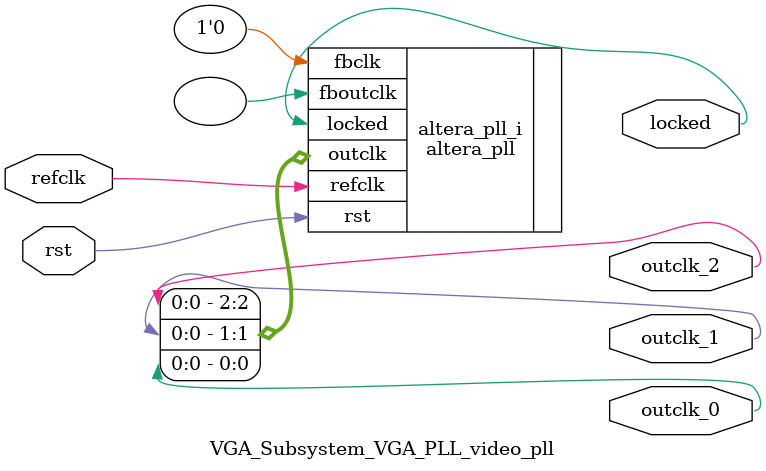
<source format=v>
`timescale 1ns/10ps
module  VGA_Subsystem_VGA_PLL_video_pll(

	// interface 'refclk'
	input wire refclk,

	// interface 'reset'
	input wire rst,

	// interface 'outclk0'
	output wire outclk_0,

	// interface 'outclk1'
	output wire outclk_1,

	// interface 'outclk2'
	output wire outclk_2,

	// interface 'locked'
	output wire locked
);

	altera_pll #(
		.fractional_vco_multiplier("false"),
		.reference_clock_frequency("50.0 MHz"),
		.operation_mode("direct"),
		.number_of_clocks(3),
		.output_clock_frequency0("25.000000 MHz"),
		.phase_shift0("0 ps"),
		.duty_cycle0(50),
		.output_clock_frequency1("25.000000 MHz"),
		.phase_shift1("0 ps"),
		.duty_cycle1(50),
		.output_clock_frequency2("33.000000 MHz"),
		.phase_shift2("0 ps"),
		.duty_cycle2(50),
		.output_clock_frequency3("0 MHz"),
		.phase_shift3("0 ps"),
		.duty_cycle3(50),
		.output_clock_frequency4("0 MHz"),
		.phase_shift4("0 ps"),
		.duty_cycle4(50),
		.output_clock_frequency5("0 MHz"),
		.phase_shift5("0 ps"),
		.duty_cycle5(50),
		.output_clock_frequency6("0 MHz"),
		.phase_shift6("0 ps"),
		.duty_cycle6(50),
		.output_clock_frequency7("0 MHz"),
		.phase_shift7("0 ps"),
		.duty_cycle7(50),
		.output_clock_frequency8("0 MHz"),
		.phase_shift8("0 ps"),
		.duty_cycle8(50),
		.output_clock_frequency9("0 MHz"),
		.phase_shift9("0 ps"),
		.duty_cycle9(50),
		.output_clock_frequency10("0 MHz"),
		.phase_shift10("0 ps"),
		.duty_cycle10(50),
		.output_clock_frequency11("0 MHz"),
		.phase_shift11("0 ps"),
		.duty_cycle11(50),
		.output_clock_frequency12("0 MHz"),
		.phase_shift12("0 ps"),
		.duty_cycle12(50),
		.output_clock_frequency13("0 MHz"),
		.phase_shift13("0 ps"),
		.duty_cycle13(50),
		.output_clock_frequency14("0 MHz"),
		.phase_shift14("0 ps"),
		.duty_cycle14(50),
		.output_clock_frequency15("0 MHz"),
		.phase_shift15("0 ps"),
		.duty_cycle15(50),
		.output_clock_frequency16("0 MHz"),
		.phase_shift16("0 ps"),
		.duty_cycle16(50),
		.output_clock_frequency17("0 MHz"),
		.phase_shift17("0 ps"),
		.duty_cycle17(50),
		.pll_type("General"),
		.pll_subtype("General")
	) altera_pll_i (
		.rst	(rst),
		.outclk	({outclk_2, outclk_1, outclk_0}),
		.locked	(locked),
		.fboutclk	( ),
		.fbclk	(1'b0),
		.refclk	(refclk)
	);
endmodule


</source>
